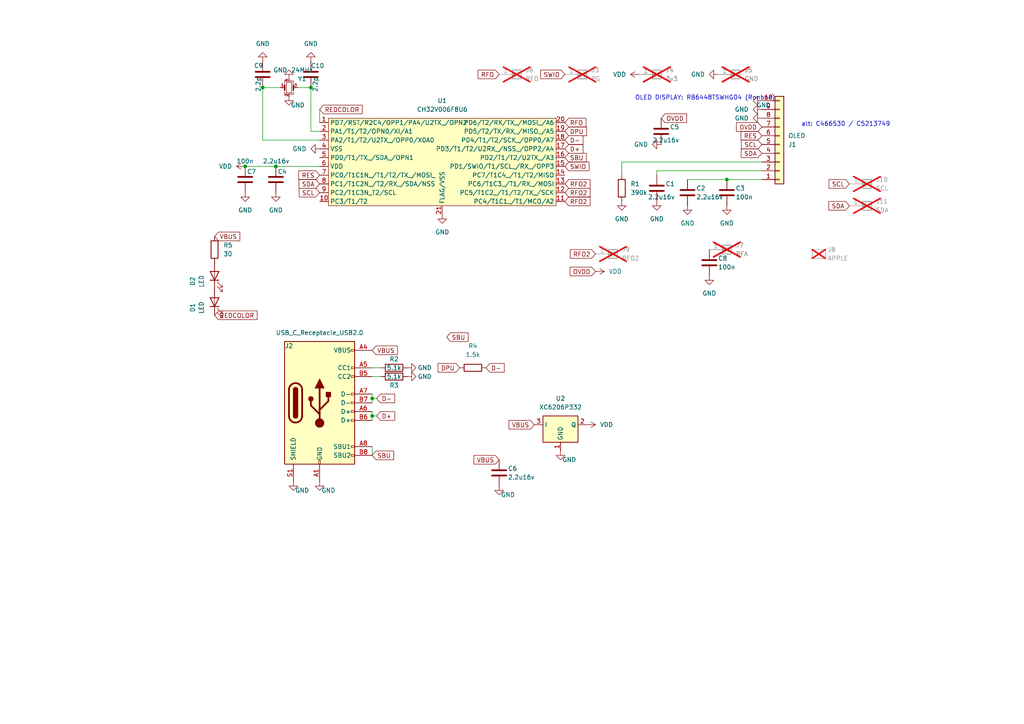
<source format=kicad_sch>
(kicad_sch (version 20231120) (generator "eeschema") (generator_version "8.0")
  (paper "A4")
  (lib_symbols
    (symbol "Connector:USB_C_Receptacle_USB2.0" (pin_names (offset 1.016))
      (property "Reference" "J" (at -10.16 19.05 0))
      (property "Value" "USB_C_Receptacle_USB2.0" (at 19.05 19.05 0))
      (symbol "USB_C_Receptacle_USB2.0_0_0"
        (rectangle (start -0.254 -17.78) (end 0.254 -16.764))
        (rectangle (start 10.16 -14.986) (end 9.144 -15.494))
        (rectangle (start 10.16 -12.446) (end 9.144 -12.954))
        (rectangle (start 10.16 -4.826) (end 9.144 -5.334))
        (rectangle (start 10.16 -2.286) (end 9.144 -2.794))
        (rectangle (start 10.16 0.254) (end 9.144 -0.254))
        (rectangle (start 10.16 2.794) (end 9.144 2.286))
        (rectangle (start 10.16 7.874) (end 9.144 7.366))
        (rectangle (start 10.16 10.414) (end 9.144 9.906))
        (rectangle (start 10.16 15.494) (end 9.144 14.986))
      )
      (symbol "USB_C_Receptacle_USB2.0_0_1"
        (rectangle (start -10.16 17.78) (end 10.16 -17.78) (stroke (width 0.254)) (fill (type background)))
        (arc (start -8.89 -3.81) (mid -6.985 -5.7067) (end -5.08 -3.81) (stroke (width 0.508)))
        (arc (start -7.62 -3.81) (mid -6.985 -4.4423) (end -6.35 -3.81) (stroke (width 0.254)))
        (arc (start -7.62 -3.81) (mid -6.985 -4.4423) (end -6.35 -3.81) (stroke (width 0.254)) (fill (type outline)))
        (rectangle (start -7.62 -3.81) (end -6.35 3.81) (stroke (width 0.254)) (fill (type outline)))
        (arc (start -6.35 3.81) (mid -6.985 4.4423) (end -7.62 3.81) (stroke (width 0.254)))
        (arc (start -6.35 3.81) (mid -6.985 4.4423) (end -7.62 3.81) (stroke (width 0.254)) (fill (type outline)))
        (arc (start -5.08 3.81) (mid -6.985 5.7067) (end -8.89 3.81) (stroke (width 0.508)))
        (circle (center -2.54 1.143) (radius 0.635) (stroke (width 0.254)) (fill (type outline)))
        (circle (center 0 -5.842) (radius 1.27) (fill (type outline)))
        (polyline (pts (xy -8.89 -3.81) (xy -8.89 3.81)) (stroke (width 0.508)))
        (polyline (pts (xy -5.08 3.81) (xy -5.08 -3.81)) (stroke (width 0.508)))
        (polyline (pts (xy 0 -5.842) (xy 0 4.318)) (stroke (width 0.508)))
        (polyline (pts (xy 0 -3.302) (xy -2.54 -0.762) (xy -2.54 0.508)) (stroke (width 0.508)))
        (polyline (pts (xy 0 -2.032) (xy 2.54 0.508) (xy 2.54 1.778)) (stroke (width 0.508)))
        (polyline (pts (xy -1.27 4.318) (xy 0 6.858) (xy 1.27 4.318) (xy -1.27 4.318)) (stroke (width 0.254)) (fill (type outline)))
        (rectangle (start 1.905 1.778) (end 3.175 3.048) (stroke (width 0.254)) (fill (type outline)))
      )
      (symbol "USB_C_Receptacle_USB2.0_1_1"
        (pin passive line (at 0 -22.86 90) (length 5.08) (name "GND") (number "A1"))
        (pin passive line (at 0 -22.86 90) (length 5.08) hide (name "GND") (number "A12"))
        (pin passive line (at 15.24 15.24 180) (length 5.08) (name "VBUS") (number "A4"))
        (pin bidirectional line (at 15.24 10.16 180) (length 5.08) (name "CC1") (number "A5"))
        (pin bidirectional line (at 15.24 -2.54 180) (length 5.08) (name "D+") (number "A6"))
        (pin bidirectional line (at 15.24 2.54 180) (length 5.08) (name "D-") (number "A7"))
        (pin bidirectional line (at 15.24 -12.7 180) (length 5.08) (name "SBU1") (number "A8"))
        (pin passive line (at 15.24 15.24 180) (length 5.08) hide (name "VBUS") (number "A9"))
        (pin passive line (at 0 -22.86 90) (length 5.08) hide (name "GND") (number "B1"))
        (pin passive line (at 0 -22.86 90) (length 5.08) hide (name "GND") (number "B12"))
        (pin passive line (at 15.24 15.24 180) (length 5.08) hide (name "VBUS") (number "B4"))
        (pin bidirectional line (at 15.24 7.62 180) (length 5.08) (name "CC2") (number "B5"))
        (pin bidirectional line (at 15.24 -5.08 180) (length 5.08) (name "D+") (number "B6"))
        (pin bidirectional line (at 15.24 0 180) (length 5.08) (name "D-") (number "B7"))
        (pin bidirectional line (at 15.24 -15.24 180) (length 5.08) (name "SBU2") (number "B8"))
        (pin passive line (at 15.24 15.24 180) (length 5.08) hide (name "VBUS") (number "B9"))
        (pin passive line (at -7.62 -22.86 90) (length 5.08) (name "SHIELD") (number "S1"))
      )
    )
    (symbol "Connector_Generic:Conn_01x01" (pin_names (offset 1.016) hide)
      (property "Reference" "J" (at 0 2.54 0))
      (property "Value" "Conn_01x01" (at 0 -2.54 0))
      (symbol "Conn_01x01_1_1"
        (rectangle (start -1.27 0.127) (end 0 -0.127) (stroke (width 0.1524)))
        (rectangle (start -1.27 1.27) (end 1.27 -1.27) (stroke (width 0.254)) (fill (type background)))
        (pin passive line (at -5.08 0 0) (length 3.81) (name "Pin_1") (number "1"))
      )
    )
    (symbol "Connector_Generic:Conn_01x10" (pin_names (offset 1.016) hide)
      (property "Reference" "J" (at 0 12.7 0))
      (property "Value" "Conn_01x10" (at 0 -15.24 0))
      (symbol "Conn_01x10_1_1"
        (rectangle (start -1.27 -12.573) (end 0 -12.827) (stroke (width 0.1524)))
        (rectangle (start -1.27 -10.033) (end 0 -10.287) (stroke (width 0.1524)))
        (rectangle (start -1.27 -7.493) (end 0 -7.747) (stroke (width 0.1524)))
        (rectangle (start -1.27 -4.953) (end 0 -5.207) (stroke (width 0.1524)))
        (rectangle (start -1.27 -2.413) (end 0 -2.667) (stroke (width 0.1524)))
        (rectangle (start -1.27 0.127) (end 0 -0.127) (stroke (width 0.1524)))
        (rectangle (start -1.27 2.667) (end 0 2.413) (stroke (width 0.1524)))
        (rectangle (start -1.27 5.207) (end 0 4.953) (stroke (width 0.1524)))
        (rectangle (start -1.27 7.747) (end 0 7.493) (stroke (width 0.1524)))
        (rectangle (start -1.27 10.287) (end 0 10.033) (stroke (width 0.1524)))
        (rectangle (start -1.27 11.43) (end 1.27 -13.97) (stroke (width 0.254)) (fill (type background)))
        (pin passive line (at -5.08 10.16 0) (length 3.81) (name "Pin_1") (number "1"))
        (pin passive line (at -5.08 -12.7 0) (length 3.81) (name "Pin_10") (number "10"))
        (pin passive line (at -5.08 7.62 0) (length 3.81) (name "Pin_2") (number "2"))
        (pin passive line (at -5.08 5.08 0) (length 3.81) (name "Pin_3") (number "3"))
        (pin passive line (at -5.08 2.54 0) (length 3.81) (name "Pin_4") (number "4"))
        (pin passive line (at -5.08 0 0) (length 3.81) (name "Pin_5") (number "5"))
        (pin passive line (at -5.08 -2.54 0) (length 3.81) (name "Pin_6") (number "6"))
        (pin passive line (at -5.08 -5.08 0) (length 3.81) (name "Pin_7") (number "7"))
        (pin passive line (at -5.08 -7.62 0) (length 3.81) (name "Pin_8") (number "8"))
        (pin passive line (at -5.08 -10.16 0) (length 3.81) (name "Pin_9") (number "9"))
      )
    )
    (symbol "Device:C" (pin_numbers hide) (pin_names (offset 0.254))
      (property "Reference" "C" (at 0.635 2.54 0))
      (property "Value" "C" (at 0.635 -2.54 0))
      (symbol "C_0_1"
        (polyline (pts (xy -2.032 -0.762) (xy 2.032 -0.762)) (stroke (width 0.508)))
        (polyline (pts (xy -2.032 0.762) (xy 2.032 0.762)) (stroke (width 0.508)))
      )
      (symbol "C_1_1"
        (pin passive line (at 0 3.81 270) (length 2.794) (name "~") (number "1"))
        (pin passive line (at 0 -3.81 90) (length 2.794) (name "~") (number "2"))
      )
    )
    (symbol "Device:Crystal_GND24_Small" (pin_names (offset 1.016) hide)
      (property "Reference" "Y" (at 1.27 4.445 0))
      (property "Value" "Crystal_GND24_Small" (at 1.27 2.54 0))
      (symbol "Crystal_GND24_Small_0_1"
        (rectangle (start -0.762 -1.524) (end 0.762 1.524))
        (polyline (pts (xy -1.27 -0.762) (xy -1.27 0.762)) (stroke (width 0.381)))
        (polyline (pts (xy 1.27 -0.762) (xy 1.27 0.762)) (stroke (width 0.381)))
        (polyline (pts (xy -1.27 -1.27) (xy -1.27 -1.905) (xy 1.27 -1.905) (xy 1.27 -1.27)))
        (polyline (pts (xy -1.27 1.27) (xy -1.27 1.905) (xy 1.27 1.905) (xy 1.27 1.27)))
      )
      (symbol "Crystal_GND24_Small_1_1"
        (pin passive line (at -2.54 0 0) (length 1.27) (name "1") (number "1"))
        (pin passive line (at 0 -2.54 90) (length 0.635) (name "2") (number "2"))
        (pin passive line (at 2.54 0 180) (length 1.27) (name "3") (number "3"))
        (pin passive line (at 0 2.54 270) (length 0.635) (name "4") (number "4"))
      )
    )
    (symbol "Device:LED" (pin_numbers hide) (pin_names (offset 1.016) hide)
      (property "Reference" "D" (at 0 2.54 0))
      (property "Value" "LED" (at 0 -2.54 0))
      (symbol "LED_0_1"
        (polyline (pts (xy -1.27 -1.27) (xy -1.27 1.27)) (stroke (width 0.254)))
        (polyline (pts (xy -1.27 0) (xy 1.27 0)))
        (polyline (pts (xy 1.27 -1.27) (xy 1.27 1.27) (xy -1.27 0) (xy 1.27 -1.27)) (stroke (width 0.254)))
        (polyline (pts (xy -3.048 -0.762) (xy -4.572 -2.286) (xy -3.81 -2.286) (xy -4.572 -2.286) (xy -4.572 -1.524)))
        (polyline (pts (xy -1.778 -0.762) (xy -3.302 -2.286) (xy -2.54 -2.286) (xy -3.302 -2.286) (xy -3.302 -1.524)))
      )
      (symbol "LED_1_1"
        (pin passive line (at -3.81 0 0) (length 2.54) (name "K") (number "1"))
        (pin passive line (at 3.81 0 180) (length 2.54) (name "A") (number "2"))
      )
    )
    (symbol "Device:R" (pin_numbers hide) (pin_names (offset 0))
      (property "Reference" "R" (at 2.032 0 90))
      (property "Value" "R" (at 0 0 90))
      (symbol "R_0_1"
        (rectangle (start -1.016 -2.54) (end 1.016 2.54) (stroke (width 0.254)))
      )
      (symbol "R_1_1"
        (pin passive line (at 0 3.81 270) (length 1.27) (name "~") (number "1"))
        (pin passive line (at 0 -3.81 90) (length 1.27) (name "~") (number "2"))
      )
    )
    (symbol "Regulator_Linear:IFX27001TFV26"
      (property "Reference" "U" (at 0 6.35 0))
      (property "Value" "IFX27001TFV26" (at 0 3.81 0))
      (symbol "IFX27001TFV26_1_1"
        (rectangle (start -5.08 2.54) (end 5.08 -5.08) (stroke (width 0.254)) (fill (type background)))
        (pin power_in line (at 0 -7.62 90) (length 2.54) (name "GND") (number "1"))
        (pin power_out line (at 7.62 0 180) (length 2.54) (name "Q") (number "2"))
        (pin power_in line (at -7.62 0 0) (length 2.54) (name "I") (number "3"))
      )
    )
    (symbol "artwork:artwork"
      (property "Reference" "A" (at 0 0 0))
      (property "Value" "artwork" (at 0 2.54 0))
      (symbol "artwork_0_1"
        (rectangle (start -1.905 1.27) (end 1.905 -1.27))
      )
    )
    (symbol "cnhardware:CH32V006F8U6"
      (property "Reference" "U" (at 0 -1.27 0))
      (property "Value" "CH32V006F8U6" (at 2.54 0 0))
      (symbol "CH32V006F8U6_1_1"
        (rectangle (start -33.02 12.7) (end 33.02 -12.7) (fill (type background)))
        (pin bidirectional line (at -35.56 11.43 0) (length 2.54) (name "PD7/RST/R2C4/OPP1/PA4/U2TX_/OPN2") (number "1"))
        (pin bidirectional line (at -35.56 -11.43 0) (length 2.54) (name "PC3/T1/T2") (number "10"))
        (pin bidirectional line (at 35.56 -11.43 180) (length 2.54) (name "PC4/T1C1_/T1/MCO/A2") (number "11"))
        (pin bidirectional line (at 35.56 -8.89 180) (length 2.54) (name "PC5/T1C2_/T1/T2/TX_/SCK") (number "12"))
        (pin bidirectional line (at 35.56 -6.35 180) (length 2.54) (name "PC6/T1C3_/T1/RX_/MOSI") (number "13"))
        (pin bidirectional line (at 35.56 -3.81 180) (length 2.54) (name "PC7/T1C4_/T1/T2/MISO") (number "14"))
        (pin bidirectional line (at 35.56 -1.27 180) (length 2.54) (name "PD1/SWIO/T1/SCL_/RX_/OPP3") (number "15"))
        (pin bidirectional line (at 35.56 1.27 180) (length 2.54) (name "PD2/T1/T2/U2TX_/A3") (number "16"))
        (pin bidirectional line (at 35.56 3.81 180) (length 2.54) (name "PD3/T1/T2/U2RX_/NSS_/OPP2/A4") (number "17"))
        (pin bidirectional line (at 35.56 6.35 180) (length 2.54) (name "PD4/T1/T2/SCK_/OPP0/A7") (number "18"))
        (pin bidirectional line (at 35.56 8.89 180) (length 2.54) (name "PD5/T2/TX/RX_/MISO_/A5") (number "19"))
        (pin bidirectional line (at -35.56 8.89 0) (length 2.54) (name "PA1/T1/T2/OPN0/XI/A1") (number "2"))
        (pin bidirectional line (at 35.56 11.43 180) (length 2.54) (name "PD6/T2/RX/TX_/MOSI_/A6") (number "20"))
        (pin bidirectional line (at 0 -15.24 90) (length 2.54) (name "FLAG/VSS") (number "21"))
        (pin bidirectional line (at -35.56 6.35 0) (length 2.54) (name "PA2/T1/T2/U2TX_/OPP0/X0A0") (number "3"))
        (pin bidirectional line (at -35.56 3.81 0) (length 2.54) (name "VSS") (number "4"))
        (pin bidirectional line (at -35.56 1.27 0) (length 2.54) (name "PD0/T1/TX_/SDA_/OPN1") (number "5"))
        (pin bidirectional line (at -35.56 -1.27 0) (length 2.54) (name "VDD") (number "6"))
        (pin bidirectional line (at -35.56 -3.81 0) (length 2.54) (name "PC0/T1C1N_/T1/T2/TX_/MOSI_") (number "7"))
        (pin bidirectional line (at -35.56 -6.35 0) (length 2.54) (name "PC1/T1C2N_/T2/RX_/SDA/NSS") (number "8"))
        (pin bidirectional line (at -35.56 -8.89 0) (length 2.54) (name "PC2/T1C3N_T2/SCL") (number "9"))
      )
    )
    (symbol "power:GND" (power) (pin_names (offset 0))
      (property "Value" "GND" (at 0 -3.81 0))
      (symbol "GND_0_1"
        (polyline (pts (xy 0 0) (xy 0 -1.27) (xy 1.27 -1.27) (xy 0 -2.54) (xy -1.27 -1.27) (xy 0 -1.27)))
      )
      (symbol "GND_1_1"
        (pin power_in line (at 0 0 270) (length 0) hide (name "GND") (number "1"))
      )
    )
    (symbol "power:VDD" (power) (pin_names (offset 0))
      (property "Value" "VDD" (at 0 3.81 0))
      (symbol "VDD_0_1"
        (polyline (pts (xy -0.762 1.27) (xy 0 2.54)))
        (polyline (pts (xy 0 0) (xy 0 2.54)))
        (polyline (pts (xy 0 2.54) (xy 0.762 1.27)))
      )
      (symbol "VDD_1_1"
        (pin power_in line (at 0 0 90) (length 0) hide (name "VDD") (number "1"))
      )
    )
  )
  (junction (at 80.01 48.26))
  (junction (at 71.12 48.26))
  (junction (at 76.2 25.4))
  (junction (at 90.17 25.4))
  (junction (at 107.95 120.65))
  (junction (at 107.95 115.57))
  (junction (at 210.82 52.07))
  (wire (pts (xy 80.01 48.26) (xy 92.71 48.26)))
  (wire (pts (xy 76.2 40.64) (xy 76.2 25.4)))
  (wire (pts (xy 76.2 25.4) (xy 81.28 25.4)))
  (wire (pts (xy 92.71 31.75) (xy 92.71 35.56)))
  (wire (pts (xy 190.5 49.53) (xy 190.5 50.8)))
  (wire (pts (xy 92.71 40.64) (xy 76.2 40.64)))
  (wire (pts (xy 199.39 52.07) (xy 210.82 52.07)))
  (wire (pts (xy 107.95 109.22) (xy 110.49 109.22)))
  (wire (pts (xy 107.95 106.68) (xy 110.49 106.68)))
  (wire (pts (xy 107.95 120.65) (xy 109.22 120.65)))
  (wire (pts (xy 107.95 119.38) (xy 107.95 120.65)))
  (wire (pts (xy 86.36 25.4) (xy 90.17 25.4)))
  (wire (pts (xy 90.17 25.4) (xy 90.17 38.1)))
  (wire (pts (xy 107.95 120.65) (xy 107.95 121.92)))
  (wire (pts (xy 107.95 115.57) (xy 107.95 116.84)))
  (wire (pts (xy 71.12 48.26) (xy 80.01 48.26)))
  (wire (pts (xy 190.5 49.53) (xy 220.98 49.53)))
  (wire (pts (xy 107.95 115.57) (xy 109.22 115.57)))
  (wire (pts (xy 107.95 114.3) (xy 107.95 115.57)))
  (wire (pts (xy 90.17 38.1) (xy 92.71 38.1)))
  (wire (pts (xy 180.34 46.99) (xy 220.98 46.99)))
  (wire (pts (xy 107.95 129.54) (xy 107.95 132.08)))
  (wire (pts (xy 210.82 52.07) (xy 220.98 52.07)))
  (wire (pts (xy 180.34 46.99) (xy 180.34 50.8)))
  (text "alt: C466530 / C5213749" (at 232.41 36.83 0) (effects (font (size 1.27 1.27)) (justify left bottom)))
  (text "OLED DISPLAY: RB6448TSWHG04 (Ronboe)" (at 184.15 29.21 0) (effects (font (size 1.27 1.27)) (justify left bottom)))
  (global_label "SBU" (shape input) (at 129.54 97.79 0) (property "Intersheetrefs" "${INTERSHEET_REFS}" (effects (hide yes))))
  (global_label "RFO" (shape input) (at 144.78 21.59 180) (property "Intersheetrefs" "${INTERSHEET_REFS}" (effects (hide yes))))
  (global_label "REDCOLOR" (shape input) (at 92.71 31.75 0) (property "Intersheetrefs" "${INTERSHEET_REFS}" (effects (hide yes))))
  (global_label "SCL" (shape input) (at 246.38 53.34 180) (property "Intersheetrefs" "${INTERSHEET_REFS}" (effects (hide yes))))
  (global_label "SCL" (shape input) (at 220.98 41.91 180) (property "Intersheetrefs" "${INTERSHEET_REFS}" (effects (hide yes))))
  (global_label "D-" (shape input) (at 140.97 106.68 0) (property "Intersheetrefs" "${INTERSHEET_REFS}" (effects (hide yes))))
  (global_label "VBUS" (shape input) (at 107.95 101.6 0) (property "Intersheetrefs" "${INTERSHEET_REFS}" (effects (hide yes))))
  (global_label "RFO" (shape input) (at 163.83 35.56 0) (property "Intersheetrefs" "${INTERSHEET_REFS}" (effects (hide yes))))
  (global_label "RES" (shape input) (at 220.98 39.37 180) (property "Intersheetrefs" "${INTERSHEET_REFS}" (effects (hide yes))))
  (global_label "OVDD" (shape input) (at 220.98 36.83 180) (property "Intersheetrefs" "${INTERSHEET_REFS}" (effects (hide yes))))
  (global_label "SDA" (shape input) (at 246.38 59.69 180) (property "Intersheetrefs" "${INTERSHEET_REFS}" (effects (hide yes))))
  (global_label "D+" (shape input) (at 163.83 43.18 0) (property "Intersheetrefs" "${INTERSHEET_REFS}" (effects (hide yes))))
  (global_label "SBU" (shape input) (at 163.83 45.72 0) (property "Intersheetrefs" "${INTERSHEET_REFS}" (effects (hide yes))))
  (global_label "D+" (shape input) (at 109.22 120.65 0) (property "Intersheetrefs" "${INTERSHEET_REFS}" (effects (hide yes))))
  (global_label "D-" (shape input) (at 109.22 115.57 0) (property "Intersheetrefs" "${INTERSHEET_REFS}" (effects (hide yes))))
  (global_label "SBU" (shape input) (at 107.95 132.08 0) (property "Intersheetrefs" "${INTERSHEET_REFS}" (effects (hide yes))))
  (global_label "VBUS" (shape input) (at 62.23 68.58 0) (property "Intersheetrefs" "${INTERSHEET_REFS}" (effects (hide yes))))
  (global_label "RFO2" (shape input) (at 163.83 55.88 0) (property "Intersheetrefs" "${INTERSHEET_REFS}" (effects (hide yes))))
  (global_label "VBUS" (shape input) (at 144.78 133.35 180) (property "Intersheetrefs" "${INTERSHEET_REFS}" (effects (hide yes))))
  (global_label "RFO2" (shape input) (at 172.72 73.66 180) (property "Intersheetrefs" "${INTERSHEET_REFS}" (effects (hide yes))))
  (global_label "DPU" (shape input) (at 163.83 38.1 0) (property "Intersheetrefs" "${INTERSHEET_REFS}" (effects (hide yes))))
  (global_label "SCL" (shape input) (at 92.71 55.88 180) (property "Intersheetrefs" "${INTERSHEET_REFS}" (effects (hide yes))))
  (global_label "D-" (shape input) (at 163.83 40.64 0) (property "Intersheetrefs" "${INTERSHEET_REFS}" (effects (hide yes))))
  (global_label "VBUS" (shape input) (at 154.94 123.19 180) (property "Intersheetrefs" "${INTERSHEET_REFS}" (effects (hide yes))))
  (global_label "RES" (shape input) (at 92.71 50.8 180) (property "Intersheetrefs" "${INTERSHEET_REFS}" (effects (hide yes))))
  (global_label "OVDD" (shape input) (at 172.72 78.74 180) (property "Intersheetrefs" "${INTERSHEET_REFS}" (effects (hide yes))))
  (global_label "OVDD" (shape input) (at 191.77 34.29 0) (property "Intersheetrefs" "${INTERSHEET_REFS}" (effects (hide yes))))
  (global_label "RFO2" (shape input) (at 163.83 58.42 0) (property "Intersheetrefs" "${INTERSHEET_REFS}" (effects (hide yes))))
  (global_label "SDA" (shape input) (at 92.71 53.34 180) (property "Intersheetrefs" "${INTERSHEET_REFS}" (effects (hide yes))))
  (global_label "DPU" (shape input) (at 133.35 106.68 180) (property "Intersheetrefs" "${INTERSHEET_REFS}" (effects (hide yes))))
  (global_label "REDCOLOR" (shape input) (at 62.23 91.44 0) (property "Intersheetrefs" "${INTERSHEET_REFS}" (effects (hide yes))))
  (global_label "SWIO" (shape input) (at 163.83 21.59 180) (property "Intersheetrefs" "${INTERSHEET_REFS}" (effects (hide yes))))
  (global_label "RFO2" (shape input) (at 163.83 53.34 0) (property "Intersheetrefs" "${INTERSHEET_REFS}" (effects (hide yes))))
  (global_label "SDA" (shape input) (at 220.98 44.45 180) (property "Intersheetrefs" "${INTERSHEET_REFS}" (effects (hide yes))))
  (global_label "SWIO" (shape input) (at 163.83 48.26 0) (property "Intersheetrefs" "${INTERSHEET_REFS}" (effects (hide yes))))
  (symbol (lib_id "Device:LED") (at 62.23 80.01 90) (unit 1)
    (property "Reference" "D2" (at 55.88 81.5975 0))
    (property "Value" "LED" (at 58.42 81.5975 0))
    (property "Footprint" "LED_SMD:LED_0603_1608Metric" (effects (hide yes)))
    (property "Description" "Light emitting diode" (effects (hide yes)))
    (property "LCSC" "C2286" (effects (hide yes)))
  )
  (symbol (lib_id "power:GND") (at 83.82 27.94 0) (unit 1)
    (property "Reference" "#PWR022" (effects (hide yes)))
    (property "Value" "GND" (at 86.36 30.48 0))
  )
  (symbol (lib_id "Device:C") (at 205.74 76.2 0) (unit 1)
    (property "Reference" "C8" (at 208.28 74.93 0) (effects (justify left)))
    (property "Value" "100n" (at 208.28 77.47 0) (effects (justify left)))
    (property "Footprint" "Capacitor_SMD:C_0402_1005Metric" (effects (hide yes)))
    (property "LCSC" "C1525" (effects (hide yes)))
  )
  (symbol (lib_id "Connector_Generic:Conn_01x01") (at 210.82 72.39 0) (unit 1) (in_bom no) (dnp yes)
    (property "Reference" "J7" (at 213.36 71.12 0) (effects (justify left)))
    (property "Value" "RFA" (at 213.36 73.66 0) (effects (justify left)))
    (property "Footprint" "TestPoint:TestPoint_Pad_D1.0mm" (effects (hide yes)))
  )
  (symbol (lib_id "power:GND") (at 208.28 21.59 270) (unit 1)
    (property "Reference" "#PWR024" (effects (hide yes)))
    (property "Value" "GND" (at 204.47 21.59 90) (effects (justify right)))
  )
  (symbol (lib_id "power:VDD") (at 170.18 123.19 270) (unit 1)
    (property "Reference" "#PWR014" (effects (hide yes)))
    (property "Value" "VDD" (at 173.99 123.1899 90) (effects (justify left)))
  )
  (symbol (lib_id "power:GND") (at 80.01 55.88 0) (unit 1)
    (property "Reference" "#PWR03" (effects (hide yes)))
    (property "Value" "GND" (at 80.01 60.96 0))
  )
  (symbol (lib_id "Connector_Generic:Conn_01x01") (at 149.86 21.59 0) (unit 1) (in_bom no) (dnp yes)
    (property "Reference" "J6" (at 152.4 20.32 0) (effects (justify left)))
    (property "Value" "RFO" (at 152.4 22.86 0) (effects (justify left)))
    (property "Footprint" "TestPoint:TestPoint_Pad_D1.0mm" (effects (hide yes)))
  )
  (symbol (lib_id "Device:Crystal_GND24_Small") (at 83.82 25.4 0) (unit 1)
    (property "Reference" "Y1" (at 87.63 22.86 0))
    (property "Value" "24MHz" (at 87.63 20.32 0))
    (property "Footprint" "Crystal:Crystal_SMD_2016-4Pin_2.0x1.6mm" (effects (hide yes)))
    (property "LCSC" "C2929397" (effects (hide yes)))
  )
  (symbol (lib_id "power:GND") (at 162.56 130.81 0) (unit 1)
    (property "Reference" "#PWR013" (effects (hide yes)))
    (property "Value" "GND" (at 165.1 133.35 0))
  )
  (symbol (lib_id "Connector_Generic:Conn_01x01") (at 177.8 73.66 0) (unit 1) (in_bom no) (dnp yes)
    (property "Reference" "J9" (at 180.34 72.39 0) (effects (justify left)))
    (property "Value" "RFO2" (at 180.34 74.93 0) (effects (justify left)))
    (property "Footprint" "TestPoint:TestPoint_Pad_D1.0mm" (effects (hide yes)))
  )
  (symbol (lib_id "Device:LED") (at 62.23 87.63 90) (unit 1)
    (property "Reference" "D1" (at 55.88 89.2175 0))
    (property "Value" "LED" (at 58.42 89.2175 0))
    (property "Footprint" "LED_SMD:LED_0603_1608Metric" (effects (hide yes)))
    (property "Description" "Light emitting diode" (effects (hide yes)))
    (property "LCSC" "C2286" (effects (hide yes)))
  )
  (symbol (lib_id "Connector_Generic:Conn_01x01") (at 190.5 21.59 0) (unit 1) (in_bom no) (dnp yes)
    (property "Reference" "J4" (at 193.04 20.32 0) (effects (justify left)))
    (property "Value" "3v3" (at 193.04 22.86 0) (effects (justify left)))
    (property "Footprint" "TestPoint:TestPoint_Pad_D1.0mm" (effects (hide yes)))
  )
  (symbol (lib_id "Connector_Generic:Conn_01x10") (at 226.06 41.91 0) (mirror x) (unit 1)
    (property "Reference" "J1" (at 228.6 41.91 0) (effects (justify left)))
    (property "Value" "OLED" (at 228.6 39.37 0) (effects (justify left)))
    (property "Footprint" "fpc:AFC42-S08FMA-1H" (effects (hide yes)))
    (property "LCSC" "C466530" (effects (hide yes)))
  )
  (symbol (lib_id "power:VDD") (at 71.12 48.26 90) (unit 1)
    (property "Reference" "#PWR015" (effects (hide yes)))
    (property "Value" "VDD" (at 67.31 48.26 90) (effects (justify left)))
  )
  (symbol (lib_id "power:GND") (at 144.78 140.97 0) (unit 1)
    (property "Reference" "#PWR019" (effects (hide yes)))
    (property "Value" "GND" (at 147.32 143.51 0))
  )
  (symbol (lib_id "power:VDD") (at 185.42 21.59 90) (unit 1)
    (property "Reference" "#PWR023" (effects (hide yes)))
    (property "Value" "VDD" (at 181.61 21.59 90) (effects (justify left)))
  )
  (symbol (lib_id "power:GND") (at 118.11 109.22 90) (unit 1)
    (property "Reference" "#PWR012" (effects (hide yes)))
    (property "Value" "GND" (at 123.19 109.22 90))
  )
  (symbol (lib_id "power:GND") (at 180.34 58.42 0) (unit 1)
    (property "Reference" "#PWR08" (effects (hide yes)))
    (property "Value" "GND" (at 180.34 63.5 0))
  )
  (symbol (lib_id "Connector_Generic:Conn_01x01") (at 213.36 21.59 0) (unit 1) (in_bom no) (dnp yes)
    (property "Reference" "J5" (at 215.9 20.32 0) (effects (justify left)))
    (property "Value" "GND" (at 215.9 22.86 0) (effects (justify left)))
    (property "Footprint" "TestPoint:TestPoint_Pad_D1.0mm" (effects (hide yes)))
  )
  (symbol (lib_id "Device:R") (at 180.34 54.61 0) (unit 1)
    (property "Reference" "R1" (at 182.88 53.34 0) (effects (justify left)))
    (property "Value" "390k" (at 182.88 55.88 0) (effects (justify left)))
    (property "Footprint" "Resistor_SMD:R_0402_1005Metric" (effects (hide yes)))
    (property "LCSC" "C25782" (effects (hide yes)))
  )
  (symbol (lib_id "Device:C") (at 199.39 55.88 0) (unit 1)
    (property "Reference" "C2" (at 201.93 54.61 0) (effects (justify left)))
    (property "Value" "2.2u16v" (at 201.93 57.15 0) (effects (justify left)))
    (property "Footprint" "Capacitor_SMD:C_0603_1608Metric" (effects (hide yes)))
    (property "LCSC" "C23630" (effects (hide yes)))
  )
  (symbol (lib_id "power:GND") (at 205.74 80.01 0) (unit 1)
    (property "Reference" "#PWR025" (effects (hide yes)))
    (property "Value" "GND" (at 205.74 85.09 0))
  )
  (symbol (lib_id "Device:C") (at 210.82 55.88 0) (unit 1)
    (property "Reference" "C3" (at 213.36 54.61 0) (effects (justify left)))
    (property "Value" "100n" (at 213.36 57.15 0) (effects (justify left)))
    (property "Footprint" "Capacitor_SMD:C_0402_1005Metric" (effects (hide yes)))
    (property "LCSC" "C1525" (effects (hide yes)))
  )
  (symbol (lib_id "Device:R") (at 114.3 106.68 90) (unit 1)
    (property "Reference" "R2" (at 114.3 104.14 90))
    (property "Value" "5.1k" (at 114.3 106.68 90))
    (property "Footprint" "Resistor_SMD:R_0402_1005Metric" (effects (hide yes)))
    (property "LCSC" "C105872" (effects (hide yes)))
  )
  (symbol (lib_id "power:VDD") (at 172.72 78.74 270) (unit 1)
    (property "Reference" "#PWR028" (effects (hide yes)))
    (property "Value" "VDD" (at 176.53 78.7399 90) (effects (justify left)))
  )
  (symbol (lib_id "power:GND") (at 92.71 139.7 0) (unit 1)
    (property "Reference" "#PWR010" (effects (hide yes)))
    (property "Value" "GND" (at 95.25 142.24 0))
  )
  (symbol (lib_id "Regulator_Linear:IFX27001TFV26") (at 162.56 123.19 0) (unit 1)
    (property "Reference" "U2" (at 162.56 115.57 0))
    (property "Value" "XC6206P332" (at 162.56 118.11 0))
    (property "Footprint" "Package_TO_SOT_SMD:SOT-23" (effects (hide yes)))
    (property "LCSC" "C5446" (effects (hide yes)))
  )
  (symbol (lib_id "Device:C") (at 190.5 54.61 0) (unit 1)
    (property "Reference" "C1" (at 193.04 53.34 0) (effects (justify left)))
    (property "Value" "2.2u16v" (at 187.96 57.15 0) (effects (justify left)))
    (property "Footprint" "Capacitor_SMD:C_0603_1608Metric" (effects (hide yes)))
    (property "LCSC" "C23630" (effects (hide yes)))
  )
  (symbol (lib_id "artwork:artwork") (at 237.49 73.66 0) (unit 1) (in_bom no) (dnp yes)
    (property "Reference" "J8" (at 240.03 72.3899 0) (effects (justify left)))
    (property "Value" "APPLE" (at 240.03 74.9299 0) (effects (justify left)))
    (property "Footprint" "artwork:apple" (effects (hide yes)))
  )
  (symbol (lib_id "power:GND") (at 90.17 17.78 180) (unit 1)
    (property "Reference" "#PWR027" (effects (hide yes)))
    (property "Value" "GND" (at 90.17 12.7 0))
  )
  (symbol (lib_id "Device:C") (at 191.77 38.1 0) (unit 1)
    (property "Reference" "C5" (at 194.31 36.83 0) (effects (justify left)))
    (property "Value" "2.2u16v" (at 189.23 40.64 0) (effects (justify left)))
    (property "Footprint" "Capacitor_SMD:C_0603_1608Metric" (effects (hide yes)))
    (property "LCSC" "C23630" (effects (hide yes)))
  )
  (symbol (lib_id "power:GND") (at 71.12 55.88 0) (unit 1)
    (property "Reference" "#PWR020" (effects (hide yes)))
    (property "Value" "GND" (at 71.12 60.96 0))
  )
  (symbol (lib_id "power:GND") (at 118.11 106.68 90) (unit 1)
    (property "Reference" "#PWR011" (effects (hide yes)))
    (property "Value" "GND" (at 123.19 106.68 90))
  )
  (symbol (lib_id "power:GND") (at 220.98 34.29 270) (unit 1)
    (property "Reference" "#PWR01" (effects (hide yes)))
    (property "Value" "GND" (at 217.17 34.29 90) (effects (justify right)))
  )
  (symbol (lib_id "power:GND") (at 191.77 41.91 270) (unit 1)
    (property "Reference" "#PWR016" (effects (hide yes)))
    (property "Value" "GND" (at 187.96 41.91 90) (effects (justify right)))
  )
  (symbol (lib_id "Connector_Generic:Conn_01x01") (at 168.91 21.59 0) (unit 1) (in_bom no) (dnp yes)
    (property "Reference" "J3" (at 171.45 20.32 0) (effects (justify left)))
    (property "Value" "PG" (at 171.45 22.86 0) (effects (justify left)))
    (property "Footprint" "TestPoint:TestPoint_Pad_D1.0mm" (effects (hide yes)))
  )
  (symbol (lib_id "Device:C") (at 71.12 52.07 0) (unit 1)
    (property "Reference" "C7" (at 71.628 49.784 0) (effects (justify left)))
    (property "Value" "100n" (at 68.58 46.736 0) (effects (justify left)))
    (property "Footprint" "Capacitor_SMD:C_0402_1005Metric" (effects (hide yes)))
    (property "LCSC" "C1525" (effects (hide yes)))
  )
  (symbol (lib_id "power:GND") (at 199.39 59.69 0) (unit 1)
    (property "Reference" "#PWR05" (effects (hide yes)))
    (property "Value" "GND" (at 199.39 64.77 0))
  )
  (symbol (lib_id "Device:R") (at 137.16 106.68 90) (unit 1)
    (property "Reference" "R4" (at 137.16 100.33 90))
    (property "Value" "1.5k" (at 137.16 102.87 90))
    (property "Footprint" "Resistor_SMD:R_0402_1005Metric" (effects (hide yes)))
    (property "LCSC" "C25867" (effects (hide yes)))
  )
  (symbol (lib_id "power:GND") (at 85.09 139.7 0) (unit 1)
    (property "Reference" "#PWR09" (effects (hide yes)))
    (property "Value" "GND" (at 87.63 142.24 0))
  )
  (symbol (lib_id "Device:C") (at 76.2 21.59 0) (unit 1)
    (property "Reference" "C9" (at 73.66 19.05 0) (effects (justify left)))
    (property "Value" "2.2p" (at 74.93 26.67 90) (effects (justify left)))
    (property "Footprint" "Capacitor_SMD:C_0402_1005Metric" (effects (hide yes)))
    (property "LCSC" "C1559" (effects (hide yes)))
  )
  (symbol (lib_id "power:GND") (at 92.71 43.18 270) (unit 1)
    (property "Reference" "#PWR04" (effects (hide yes)))
    (property "Value" "GND" (at 88.9 43.18 90) (effects (justify right)))
  )
  (symbol (lib_id "power:GND") (at 190.5 58.42 0) (unit 1)
    (property "Reference" "#PWR07" (effects (hide yes)))
    (property "Value" "GND" (at 190.5 63.5 0))
  )
  (symbol (lib_id "power:GND") (at 83.82 22.86 180) (unit 1)
    (property "Reference" "#PWR021" (effects (hide yes)))
    (property "Value" "GND" (at 81.28 20.32 0))
  )
  (symbol (lib_id "Connector_Generic:Conn_01x01") (at 251.46 53.34 0) (unit 1) (in_bom no) (dnp yes)
    (property "Reference" "J10" (at 254 52.07 0) (effects (justify left)))
    (property "Value" "SCL" (at 254 54.61 0) (effects (justify left)))
    (property "Footprint" "TestPoint:TestPoint_Pad_D1.0mm" (effects (hide yes)))
  )
  (symbol (lib_id "Connector_Generic:Conn_01x01") (at 251.46 59.69 0) (unit 1) (in_bom no) (dnp yes)
    (property "Reference" "J11" (at 254 58.42 0) (effects (justify left)))
    (property "Value" "SDA" (at 254 60.96 0) (effects (justify left)))
    (property "Footprint" "TestPoint:TestPoint_Pad_D1.0mm" (effects (hide yes)))
  )
  (symbol (lib_id "Device:R") (at 62.23 72.39 0) (unit 1) (in_bom no)
    (property "Reference" "R5" (at 64.77 71.12 0) (effects (justify left)))
    (property "Value" "30" (at 64.77 73.66 0) (effects (justify left)))
    (property "Footprint" "Resistor_SMD:R_0402_1005Metric" (effects (hide yes)))
    (property "LCSC" "C1091" (effects (hide yes)))
  )
  (symbol (lib_id "cnhardware:CH32V006F8U6") (at 128.27 46.99 0) (unit 1)
    (property "Reference" "U1" (at 128.27 29.21 0))
    (property "Value" "CH32V006F8U6" (at 128.27 31.75 0))
    (property "Footprint" "Package_DFN_QFN:QFN-20-1EP_3x3mm_P0.4mm_EP1.65x1.65mm" (effects (hide yes)))
    (property "LCSC" "C42431288" (effects (hide yes)))
  )
  (symbol (lib_id "power:GND") (at 220.98 29.21 270) (unit 1)
    (property "Reference" "#PWR017" (effects (hide yes)))
    (property "Value" "GND" (at 223.52 30.48 90) (effects (justify right)))
  )
  (symbol (lib_id "Device:C") (at 144.78 137.16 0) (unit 1)
    (property "Reference" "C6" (at 147.32 135.89 0) (effects (justify left)))
    (property "Value" "2.2u16v" (at 147.32 138.43 0) (effects (justify left)))
    (property "Footprint" "Capacitor_SMD:C_0603_1608Metric" (effects (hide yes)))
    (property "LCSC" "C23630" (effects (hide yes)))
  )
  (symbol (lib_id "Device:R") (at 114.3 109.22 90) (unit 1)
    (property "Reference" "R3" (at 114.3 111.76 90))
    (property "Value" "5.1k" (at 114.3 109.22 90))
    (property "Footprint" "Resistor_SMD:R_0402_1005Metric" (effects (hide yes)))
    (property "LCSC" "C105872" (effects (hide yes)))
  )
  (symbol (lib_id "power:GND") (at 76.2 17.78 180) (unit 1)
    (property "Reference" "#PWR026" (effects (hide yes)))
    (property "Value" "GND" (at 76.2 12.7 0))
  )
  (symbol (lib_id "Connector:USB_C_Receptacle_USB2.0") (at 92.71 116.84 0) (unit 1)
    (property "Reference" "J2" (at 83.82 100.33 0))
    (property "Value" "USB_C_Receptacle_USB2.0" (at 92.71 96.52 0))
    (property "Footprint" "Connector_USB:USB_C_Receptacle_HRO_TYPE-C-31-M-12" (effects (hide yes)))
    (property "Datasheet" "https://www.usb.org/sites/default/files/documents/usb_type-c.zip" (effects (hide yes)))
    (property "LCSC" "C2765186" (effects (hide yes)))
  )
  (symbol (lib_id "Device:C") (at 90.17 21.59 0) (unit 1)
    (property "Reference" "C10" (at 90.17 19.05 0) (effects (justify left)))
    (property "Value" "2.2p" (at 91.44 26.67 90) (effects (justify left)))
    (property "Footprint" "Capacitor_SMD:C_0402_1005Metric" (effects (hide yes)))
    (property "LCSC" "C1559" (effects (hide yes)))
  )
  (symbol (lib_id "Device:C") (at 80.01 52.07 0) (unit 1)
    (property "Reference" "C4" (at 80.518 49.784 0) (effects (justify left)))
    (property "Value" "2.2u16v" (at 76.2 46.736 0) (effects (justify left)))
    (property "Footprint" "Capacitor_SMD:C_0603_1608Metric" (effects (hide yes)))
    (property "LCSC" "C23630" (effects (hide yes)))
  )
  (symbol (lib_id "power:GND") (at 220.98 31.75 270) (unit 1)
    (property "Reference" "#PWR018" (effects (hide yes)))
    (property "Value" "GND" (at 217.17 31.75 90) (effects (justify right)))
  )
  (symbol (lib_id "power:GND") (at 210.82 59.69 0) (unit 1)
    (property "Reference" "#PWR06" (effects (hide yes)))
    (property "Value" "GND" (at 210.82 64.77 0))
  )
  (symbol (lib_id "power:GND") (at 128.27 62.23 0) (unit 1)
    (property "Reference" "#PWR02" (effects (hide yes)))
    (property "Value" "GND" (at 128.27 67.31 0))
  )
)
</source>
